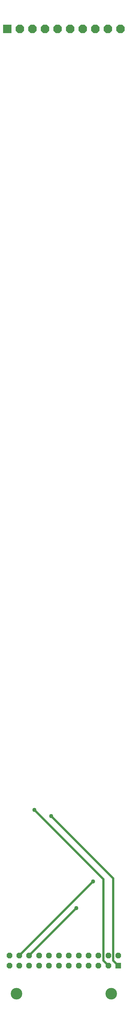
<source format=gbl>
G04 Layer_Physical_Order=2*
G04 Layer_Color=16711680*
%FSLAX25Y25*%
%MOIN*%
G70*
G01*
G75*
%ADD10C,0.02500*%
%ADD11C,0.13780*%
%ADD12P,0.07458X8X202.5*%
%ADD13R,0.06890X0.06890*%
%ADD14R,0.10000X0.10000*%
%ADD15P,0.10824X8X22.5*%
%ADD16C,0.05000*%
D10*
X47300Y63350D02*
Y160200D01*
X-35000Y242500D02*
X47300Y160200D01*
X-15000Y235000D02*
X59000Y161000D01*
Y63461D02*
Y161000D01*
Y63461D02*
X64961Y57500D01*
X-41339Y69311D02*
X15000Y125650D01*
X-53150Y69311D02*
X35020Y157480D01*
X47300Y63350D02*
X53150Y57500D01*
D11*
X-56457Y23917D02*
D03*
X56457D02*
D03*
D12*
X-64961Y69311D02*
D03*
X-53150D02*
D03*
X-41339D02*
D03*
X-29528D02*
D03*
X-17717D02*
D03*
X-5906D02*
D03*
X5906D02*
D03*
X17717D02*
D03*
X29528D02*
D03*
X41339D02*
D03*
X53150D02*
D03*
X64961D02*
D03*
X-64961Y57500D02*
D03*
X-53150D02*
D03*
X-41339D02*
D03*
X-29528D02*
D03*
X-17717D02*
D03*
X-5906D02*
D03*
X5906D02*
D03*
X17717D02*
D03*
X29528D02*
D03*
X41339D02*
D03*
X53150D02*
D03*
D13*
X64961D02*
D03*
D14*
X-67500Y1170000D02*
D03*
D15*
X-52500D02*
D03*
X-37500D02*
D03*
X-22500D02*
D03*
X-7500D02*
D03*
X7500D02*
D03*
X22500D02*
D03*
X37500D02*
D03*
X52500D02*
D03*
X67500D02*
D03*
D16*
X15000Y125650D02*
D03*
X35020Y157480D02*
D03*
X-15000Y235000D02*
D03*
X-35000Y242500D02*
D03*
M02*

</source>
